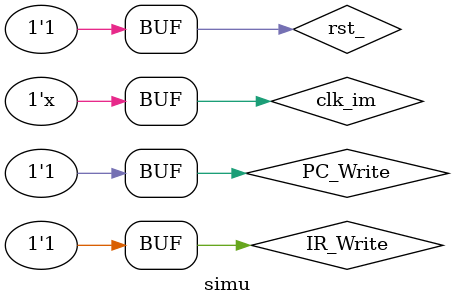
<source format=v>
`timescale 1ns / 1ps

module simu();

// module IF(IR_Write, PC_Write, clk_im, pc, ir);

    reg IR_Write, PC_Write, clk_im, rst_;
    wire [31:0]pc;
    wire [31:0]inst;
    IF if0(
        .rst_(rst_),
        .IR_Write(IR_Write),
        .PC_Write(PC_Write),
        .clk_im(clk_im),
        .pc(pc),
        .ir(inst)
    );
    always @(*) begin
        #10
        clk_im <= ~clk_im;
    end

    initial begin
        clk_im = 1;
        IR_Write = 0;
        PC_Write = 0;
        rst_ = 1;
        #6
        rst_ = 0;
        #6
        rst_ = 1;
        PC_Write = 1;
        IR_Write = 1;

    end
endmodule

</source>
